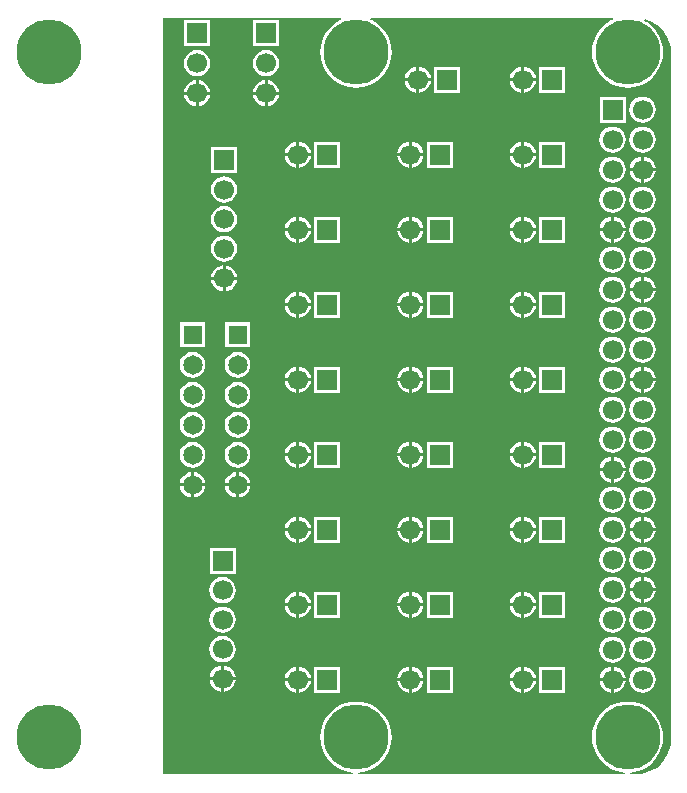
<source format=gbl>
G04 Layer_Physical_Order=2*
G04 Layer_Color=16711680*
%FSLAX25Y25*%
%MOIN*%
G70*
G01*
G75*
%ADD11R,0.06693X0.06693*%
%ADD12C,0.06693*%
%ADD13R,0.06693X0.06693*%
%ADD14C,0.21654*%
%ADD15C,0.06496*%
%ADD16R,0.06496X0.06496*%
G36*
X-4838Y124971D02*
X-5386Y124743D01*
X-6973Y123771D01*
X-8389Y122562D01*
X-9598Y121146D01*
X-10570Y119559D01*
X-11283Y117839D01*
X-11717Y116029D01*
X-11863Y114173D01*
X-11717Y112317D01*
X-11283Y110507D01*
X-10570Y108787D01*
X-9598Y107200D01*
X-8389Y105785D01*
X-6973Y104576D01*
X-5386Y103603D01*
X-3666Y102891D01*
X-1856Y102456D01*
X0Y102310D01*
X1856Y102456D01*
X3666Y102891D01*
X5386Y103603D01*
X6973Y104576D01*
X8389Y105785D01*
X9598Y107200D01*
X10570Y108787D01*
X11283Y110507D01*
X11717Y112317D01*
X11863Y114173D01*
X11717Y116029D01*
X11283Y117839D01*
X10570Y119559D01*
X9598Y121146D01*
X8389Y122562D01*
X6973Y123771D01*
X5534Y124653D01*
X5728Y125120D01*
X6549Y124923D01*
X8214Y124234D01*
X9751Y123292D01*
X11121Y122121D01*
X12292Y120751D01*
X13234Y119214D01*
X13923Y117549D01*
X14344Y115797D01*
X14481Y114053D01*
X14471Y114000D01*
Y-115000D01*
X14481Y-115053D01*
X14344Y-116797D01*
X13923Y-118549D01*
X13234Y-120214D01*
X12292Y-121751D01*
X11121Y-123121D01*
X9751Y-124292D01*
X8214Y-125234D01*
X6549Y-125923D01*
X4797Y-126344D01*
X3053Y-126481D01*
X3000Y-126471D01*
X858D01*
X838Y-125971D01*
X1856Y-125891D01*
X3666Y-125456D01*
X5386Y-124743D01*
X6973Y-123771D01*
X8389Y-122562D01*
X9598Y-121146D01*
X10570Y-119559D01*
X11283Y-117839D01*
X11717Y-116029D01*
X11863Y-114173D01*
X11717Y-112317D01*
X11283Y-110507D01*
X10570Y-108787D01*
X9598Y-107200D01*
X8389Y-105785D01*
X6973Y-104576D01*
X5386Y-103603D01*
X3666Y-102891D01*
X1856Y-102456D01*
X0Y-102310D01*
X-1856Y-102456D01*
X-3666Y-102891D01*
X-5386Y-103603D01*
X-6973Y-104576D01*
X-8389Y-105785D01*
X-9598Y-107200D01*
X-10570Y-108787D01*
X-11283Y-110507D01*
X-11717Y-112317D01*
X-11863Y-114173D01*
X-11717Y-116029D01*
X-11283Y-117839D01*
X-10570Y-119559D01*
X-9598Y-121146D01*
X-8389Y-122562D01*
X-6973Y-123771D01*
X-5386Y-124743D01*
X-3666Y-125456D01*
X-1856Y-125891D01*
X-838Y-125971D01*
X-858Y-126471D01*
X-89693D01*
X-89713Y-125971D01*
X-88695Y-125891D01*
X-86885Y-125456D01*
X-85165Y-124743D01*
X-83578Y-123771D01*
X-82162Y-122562D01*
X-80954Y-121146D01*
X-79981Y-119559D01*
X-79268Y-117839D01*
X-78834Y-116029D01*
X-78688Y-114173D01*
X-78834Y-112317D01*
X-79268Y-110507D01*
X-79981Y-108787D01*
X-80954Y-107200D01*
X-82162Y-105785D01*
X-83578Y-104576D01*
X-85165Y-103603D01*
X-86885Y-102891D01*
X-88695Y-102456D01*
X-90551Y-102310D01*
X-92407Y-102456D01*
X-94217Y-102891D01*
X-95937Y-103603D01*
X-97524Y-104576D01*
X-98940Y-105785D01*
X-100149Y-107200D01*
X-101121Y-108787D01*
X-101834Y-110507D01*
X-102269Y-112317D01*
X-102415Y-114173D01*
X-102269Y-116029D01*
X-101834Y-117839D01*
X-101121Y-119559D01*
X-100149Y-121146D01*
X-98940Y-122562D01*
X-97524Y-123771D01*
X-95937Y-124743D01*
X-94217Y-125456D01*
X-92407Y-125891D01*
X-91389Y-125971D01*
X-91409Y-126471D01*
X-155000D01*
Y125471D01*
X-95488D01*
X-95389Y124971D01*
X-95937Y124743D01*
X-97524Y123771D01*
X-98940Y122562D01*
X-100149Y121146D01*
X-101121Y119559D01*
X-101834Y117839D01*
X-102269Y116029D01*
X-102415Y114173D01*
X-102269Y112317D01*
X-101834Y110507D01*
X-101121Y108787D01*
X-100149Y107200D01*
X-98940Y105785D01*
X-97524Y104576D01*
X-95937Y103603D01*
X-94217Y102891D01*
X-92407Y102456D01*
X-90551Y102310D01*
X-88695Y102456D01*
X-86885Y102891D01*
X-85165Y103603D01*
X-83578Y104576D01*
X-82162Y105785D01*
X-80954Y107200D01*
X-79981Y108787D01*
X-79268Y110507D01*
X-78834Y112317D01*
X-78688Y114173D01*
X-78834Y116029D01*
X-79268Y117839D01*
X-79981Y119559D01*
X-80954Y121146D01*
X-82162Y122562D01*
X-83578Y123771D01*
X-85165Y124743D01*
X-85713Y124971D01*
X-85614Y125471D01*
X-4937D01*
X-4838Y124971D01*
D02*
G37*
%LPC*%
G36*
X-125781Y-30500D02*
X-129500D01*
Y-34219D01*
X-128891Y-34139D01*
X-127858Y-33711D01*
X-126970Y-33030D01*
X-126289Y-32142D01*
X-125861Y-31109D01*
X-125781Y-30500D01*
D02*
G37*
G36*
X-145500Y-25781D02*
X-146109Y-25861D01*
X-147142Y-26289D01*
X-148030Y-26970D01*
X-148711Y-27858D01*
X-149139Y-28891D01*
X-149219Y-29500D01*
X-145500D01*
Y-25781D01*
D02*
G37*
G36*
X-130500D02*
X-131109Y-25861D01*
X-132142Y-26289D01*
X-133030Y-26970D01*
X-133711Y-27858D01*
X-134139Y-28891D01*
X-134219Y-29500D01*
X-130500D01*
Y-25781D01*
D02*
G37*
G36*
Y-30500D02*
X-134219D01*
X-134139Y-31109D01*
X-133711Y-32142D01*
X-133030Y-33030D01*
X-132142Y-33711D01*
X-131109Y-34139D01*
X-130500Y-34219D01*
Y-30500D01*
D02*
G37*
G36*
X5000Y-30616D02*
X3865Y-30765D01*
X2808Y-31203D01*
X1900Y-31900D01*
X1203Y-32808D01*
X765Y-33865D01*
X616Y-35000D01*
X765Y-36135D01*
X1203Y-37192D01*
X1900Y-38100D01*
X2808Y-38797D01*
X3865Y-39235D01*
X5000Y-39384D01*
X6135Y-39235D01*
X7192Y-38797D01*
X8100Y-38100D01*
X8797Y-37192D01*
X9235Y-36135D01*
X9384Y-35000D01*
X9235Y-33865D01*
X8797Y-32808D01*
X8100Y-31900D01*
X7192Y-31203D01*
X6135Y-30765D01*
X5000Y-30616D01*
D02*
G37*
G36*
X-140781Y-30500D02*
X-144500D01*
Y-34219D01*
X-143891Y-34139D01*
X-142858Y-33711D01*
X-141970Y-33030D01*
X-141289Y-32142D01*
X-140861Y-31109D01*
X-140781Y-30500D01*
D02*
G37*
G36*
X-145500D02*
X-149219D01*
X-149139Y-31109D01*
X-148711Y-32142D01*
X-148030Y-33030D01*
X-147142Y-33711D01*
X-146109Y-34139D01*
X-145500Y-34219D01*
Y-30500D01*
D02*
G37*
G36*
X-5500Y-20682D02*
X-6135Y-20765D01*
X-7192Y-21203D01*
X-8100Y-21900D01*
X-8797Y-22808D01*
X-9235Y-23865D01*
X-9318Y-24500D01*
X-5500D01*
Y-20682D01*
D02*
G37*
G36*
X-682Y-25500D02*
X-4500D01*
Y-29318D01*
X-3865Y-29235D01*
X-2808Y-28797D01*
X-1900Y-28100D01*
X-1203Y-27192D01*
X-765Y-26135D01*
X-682Y-25500D01*
D02*
G37*
G36*
X-95732Y-15654D02*
X-104425D01*
Y-24346D01*
X-95732D01*
Y-15654D01*
D02*
G37*
G36*
X-4500Y-20682D02*
Y-24500D01*
X-682D01*
X-765Y-23865D01*
X-1203Y-22808D01*
X-1900Y-21900D01*
X-2808Y-21203D01*
X-3865Y-20765D01*
X-4500Y-20682D01*
D02*
G37*
G36*
X-129500Y-25781D02*
Y-29500D01*
X-125781D01*
X-125861Y-28891D01*
X-126289Y-27858D01*
X-126970Y-26970D01*
X-127858Y-26289D01*
X-128891Y-25861D01*
X-129500Y-25781D01*
D02*
G37*
G36*
X-144500D02*
Y-29500D01*
X-140781D01*
X-140861Y-28891D01*
X-141289Y-27858D01*
X-141970Y-26970D01*
X-142858Y-26289D01*
X-143891Y-25861D01*
X-144500Y-25781D01*
D02*
G37*
G36*
X-5500Y-25500D02*
X-9318D01*
X-9235Y-26135D01*
X-8797Y-27192D01*
X-8100Y-28100D01*
X-7192Y-28797D01*
X-6135Y-29235D01*
X-5500Y-29318D01*
Y-25500D01*
D02*
G37*
G36*
X5000Y-20616D02*
X3865Y-20765D01*
X2808Y-21203D01*
X1900Y-21900D01*
X1203Y-22808D01*
X765Y-23865D01*
X616Y-25000D01*
X765Y-26135D01*
X1203Y-27192D01*
X1900Y-28100D01*
X2808Y-28797D01*
X3865Y-29235D01*
X5000Y-29384D01*
X6135Y-29235D01*
X7192Y-28797D01*
X8100Y-28100D01*
X8797Y-27192D01*
X9235Y-26135D01*
X9384Y-25000D01*
X9235Y-23865D01*
X8797Y-22808D01*
X8100Y-21900D01*
X7192Y-21203D01*
X6135Y-20765D01*
X5000Y-20616D01*
D02*
G37*
G36*
X-30603Y-45500D02*
X-34421D01*
Y-49318D01*
X-33787Y-49235D01*
X-32729Y-48797D01*
X-31821Y-48100D01*
X-31125Y-47192D01*
X-30687Y-46135D01*
X-30603Y-45500D01*
D02*
G37*
G36*
X9318D02*
X5500D01*
Y-49318D01*
X6135Y-49235D01*
X7192Y-48797D01*
X8100Y-48100D01*
X8797Y-47192D01*
X9235Y-46135D01*
X9318Y-45500D01*
D02*
G37*
G36*
X4500Y-40682D02*
X3865Y-40765D01*
X2808Y-41203D01*
X1900Y-41900D01*
X1203Y-42808D01*
X765Y-43865D01*
X682Y-44500D01*
X4500D01*
Y-40682D01*
D02*
G37*
G36*
X-35421Y-45500D02*
X-39239D01*
X-39156Y-46135D01*
X-38718Y-47192D01*
X-38021Y-48100D01*
X-37113Y-48797D01*
X-36056Y-49235D01*
X-35421Y-49318D01*
Y-45500D01*
D02*
G37*
G36*
X-105603D02*
X-109421D01*
Y-49318D01*
X-108787Y-49235D01*
X-107729Y-48797D01*
X-106821Y-48100D01*
X-106125Y-47192D01*
X-105687Y-46135D01*
X-105603Y-45500D01*
D02*
G37*
G36*
X-72921D02*
X-76739D01*
X-76656Y-46135D01*
X-76218Y-47192D01*
X-75521Y-48100D01*
X-74613Y-48797D01*
X-73556Y-49235D01*
X-72921Y-49318D01*
Y-45500D01*
D02*
G37*
G36*
X-68103D02*
X-71921D01*
Y-49318D01*
X-71287Y-49235D01*
X-70229Y-48797D01*
X-69321Y-48100D01*
X-68625Y-47192D01*
X-68187Y-46135D01*
X-68103Y-45500D01*
D02*
G37*
G36*
X-110421Y-40682D02*
X-111056Y-40765D01*
X-112113Y-41203D01*
X-113021Y-41900D01*
X-113718Y-42808D01*
X-114156Y-43865D01*
X-114239Y-44500D01*
X-110421D01*
Y-40682D01*
D02*
G37*
G36*
X-34421D02*
Y-44500D01*
X-30603D01*
X-30687Y-43865D01*
X-31125Y-42808D01*
X-31821Y-41900D01*
X-32729Y-41203D01*
X-33787Y-40765D01*
X-34421Y-40682D01*
D02*
G37*
G36*
X5500D02*
Y-44500D01*
X9318D01*
X9235Y-43865D01*
X8797Y-42808D01*
X8100Y-41900D01*
X7192Y-41203D01*
X6135Y-40765D01*
X5500Y-40682D01*
D02*
G37*
G36*
X-5000Y-30616D02*
X-6135Y-30765D01*
X-7192Y-31203D01*
X-8100Y-31900D01*
X-8797Y-32808D01*
X-9235Y-33865D01*
X-9384Y-35000D01*
X-9235Y-36135D01*
X-8797Y-37192D01*
X-8100Y-38100D01*
X-7192Y-38797D01*
X-6135Y-39235D01*
X-5000Y-39384D01*
X-3865Y-39235D01*
X-2808Y-38797D01*
X-1900Y-38100D01*
X-1203Y-37192D01*
X-765Y-36135D01*
X-616Y-35000D01*
X-765Y-33865D01*
X-1203Y-32808D01*
X-1900Y-31900D01*
X-2808Y-31203D01*
X-3865Y-30765D01*
X-5000Y-30616D01*
D02*
G37*
G36*
X-35421Y-40682D02*
X-36056Y-40765D01*
X-37113Y-41203D01*
X-38021Y-41900D01*
X-38718Y-42808D01*
X-39156Y-43865D01*
X-39239Y-44500D01*
X-35421D01*
Y-40682D01*
D02*
G37*
G36*
X-109421D02*
Y-44500D01*
X-105603D01*
X-105687Y-43865D01*
X-106125Y-42808D01*
X-106821Y-41900D01*
X-107729Y-41203D01*
X-108787Y-40765D01*
X-109421Y-40682D01*
D02*
G37*
G36*
X-72921D02*
X-73556Y-40765D01*
X-74613Y-41203D01*
X-75521Y-41900D01*
X-76218Y-42808D01*
X-76656Y-43865D01*
X-76739Y-44500D01*
X-72921D01*
Y-40682D01*
D02*
G37*
G36*
X-71921D02*
Y-44500D01*
X-68103D01*
X-68187Y-43865D01*
X-68625Y-42808D01*
X-69321Y-41900D01*
X-70229Y-41203D01*
X-71287Y-40765D01*
X-71921Y-40682D01*
D02*
G37*
G36*
X-130000Y-5715D02*
X-131109Y-5861D01*
X-132142Y-6289D01*
X-133030Y-6970D01*
X-133711Y-7858D01*
X-134139Y-8891D01*
X-134285Y-10000D01*
X-134139Y-11109D01*
X-133711Y-12142D01*
X-133030Y-13030D01*
X-132142Y-13711D01*
X-131109Y-14139D01*
X-130000Y-14285D01*
X-128891Y-14139D01*
X-127858Y-13711D01*
X-126970Y-13030D01*
X-126289Y-12142D01*
X-125861Y-11109D01*
X-125715Y-10000D01*
X-125861Y-8891D01*
X-126289Y-7858D01*
X-126970Y-6970D01*
X-127858Y-6289D01*
X-128891Y-5861D01*
X-130000Y-5715D01*
D02*
G37*
G36*
X-5000Y-616D02*
X-6135Y-765D01*
X-7192Y-1203D01*
X-8100Y-1900D01*
X-8797Y-2808D01*
X-9235Y-3865D01*
X-9384Y-5000D01*
X-9235Y-6135D01*
X-8797Y-7192D01*
X-8100Y-8100D01*
X-7192Y-8797D01*
X-6135Y-9235D01*
X-5000Y-9384D01*
X-3865Y-9235D01*
X-2808Y-8797D01*
X-1900Y-8100D01*
X-1203Y-7192D01*
X-765Y-6135D01*
X-616Y-5000D01*
X-765Y-3865D01*
X-1203Y-2808D01*
X-1900Y-1900D01*
X-2808Y-1203D01*
X-3865Y-765D01*
X-5000Y-616D01*
D02*
G37*
G36*
X5000D02*
X3865Y-765D01*
X2808Y-1203D01*
X1900Y-1900D01*
X1203Y-2808D01*
X765Y-3865D01*
X616Y-5000D01*
X765Y-6135D01*
X1203Y-7192D01*
X1900Y-8100D01*
X2808Y-8797D01*
X3865Y-9235D01*
X5000Y-9384D01*
X6135Y-9235D01*
X7192Y-8797D01*
X8100Y-8100D01*
X8797Y-7192D01*
X9235Y-6135D01*
X9384Y-5000D01*
X9235Y-3865D01*
X8797Y-2808D01*
X8100Y-1900D01*
X7192Y-1203D01*
X6135Y-765D01*
X5000Y-616D01*
D02*
G37*
G36*
X-145000Y-5715D02*
X-146109Y-5861D01*
X-147142Y-6289D01*
X-148030Y-6970D01*
X-148711Y-7858D01*
X-149139Y-8891D01*
X-149285Y-10000D01*
X-149139Y-11109D01*
X-148711Y-12142D01*
X-148030Y-13030D01*
X-147142Y-13711D01*
X-146109Y-14139D01*
X-145000Y-14285D01*
X-143891Y-14139D01*
X-142858Y-13711D01*
X-141970Y-13030D01*
X-141289Y-12142D01*
X-140861Y-11109D01*
X-140715Y-10000D01*
X-140861Y-8891D01*
X-141289Y-7858D01*
X-141970Y-6970D01*
X-142858Y-6289D01*
X-143891Y-5861D01*
X-145000Y-5715D01*
D02*
G37*
G36*
X-34421Y-15682D02*
Y-19500D01*
X-30603D01*
X-30687Y-18865D01*
X-31125Y-17808D01*
X-31821Y-16900D01*
X-32729Y-16203D01*
X-33787Y-15765D01*
X-34421Y-15682D01*
D02*
G37*
G36*
X-5000Y-10616D02*
X-6135Y-10765D01*
X-7192Y-11203D01*
X-8100Y-11900D01*
X-8797Y-12808D01*
X-9235Y-13865D01*
X-9384Y-15000D01*
X-9235Y-16135D01*
X-8797Y-17192D01*
X-8100Y-18100D01*
X-7192Y-18797D01*
X-6135Y-19235D01*
X-5000Y-19384D01*
X-3865Y-19235D01*
X-2808Y-18797D01*
X-1900Y-18100D01*
X-1203Y-17192D01*
X-765Y-16135D01*
X-616Y-15000D01*
X-765Y-13865D01*
X-1203Y-12808D01*
X-1900Y-11900D01*
X-2808Y-11203D01*
X-3865Y-10765D01*
X-5000Y-10616D01*
D02*
G37*
G36*
X5000D02*
X3865Y-10765D01*
X2808Y-11203D01*
X1900Y-11900D01*
X1203Y-12808D01*
X765Y-13865D01*
X616Y-15000D01*
X765Y-16135D01*
X1203Y-17192D01*
X1900Y-18100D01*
X2808Y-18797D01*
X3865Y-19235D01*
X5000Y-19384D01*
X6135Y-19235D01*
X7192Y-18797D01*
X8100Y-18100D01*
X8797Y-17192D01*
X9235Y-16135D01*
X9384Y-15000D01*
X9235Y-13865D01*
X8797Y-12808D01*
X8100Y-11900D01*
X7192Y-11203D01*
X6135Y-10765D01*
X5000Y-10616D01*
D02*
G37*
G36*
X-145000Y4285D02*
X-146109Y4139D01*
X-147142Y3711D01*
X-148030Y3030D01*
X-148711Y2142D01*
X-149139Y1109D01*
X-149285Y0D01*
X-149139Y-1109D01*
X-148711Y-2142D01*
X-148030Y-3030D01*
X-147142Y-3711D01*
X-146109Y-4139D01*
X-145000Y-4285D01*
X-143891Y-4139D01*
X-142858Y-3711D01*
X-141970Y-3030D01*
X-141289Y-2142D01*
X-140861Y-1109D01*
X-140715Y0D01*
X-140861Y1109D01*
X-141289Y2142D01*
X-141970Y3030D01*
X-142858Y3711D01*
X-143891Y4139D01*
X-145000Y4285D01*
D02*
G37*
G36*
X-20732Y9347D02*
X-29425D01*
Y654D01*
X-20732D01*
Y9347D01*
D02*
G37*
G36*
X4500Y4500D02*
X682D01*
X765Y3865D01*
X1203Y2808D01*
X1900Y1900D01*
X2808Y1203D01*
X3865Y765D01*
X4500Y682D01*
Y4500D01*
D02*
G37*
G36*
X-110421D02*
X-114239D01*
X-114156Y3865D01*
X-113718Y2808D01*
X-113021Y1900D01*
X-112113Y1203D01*
X-111056Y765D01*
X-110421Y682D01*
Y4500D01*
D02*
G37*
G36*
X-58232Y9347D02*
X-66925D01*
Y654D01*
X-58232D01*
Y9347D01*
D02*
G37*
G36*
X-130000Y4285D02*
X-131109Y4139D01*
X-132142Y3711D01*
X-133030Y3030D01*
X-133711Y2142D01*
X-134139Y1109D01*
X-134285Y0D01*
X-134139Y-1109D01*
X-133711Y-2142D01*
X-133030Y-3030D01*
X-132142Y-3711D01*
X-131109Y-4139D01*
X-130000Y-4285D01*
X-128891Y-4139D01*
X-127858Y-3711D01*
X-126970Y-3030D01*
X-126289Y-2142D01*
X-125861Y-1109D01*
X-125715Y0D01*
X-125861Y1109D01*
X-126289Y2142D01*
X-126970Y3030D01*
X-127858Y3711D01*
X-128891Y4139D01*
X-130000Y4285D01*
D02*
G37*
G36*
X-5000Y9384D02*
X-6135Y9235D01*
X-7192Y8797D01*
X-8100Y8100D01*
X-8797Y7192D01*
X-9235Y6135D01*
X-9384Y5000D01*
X-9235Y3865D01*
X-8797Y2808D01*
X-8100Y1900D01*
X-7192Y1203D01*
X-6135Y765D01*
X-5000Y616D01*
X-3865Y765D01*
X-2808Y1203D01*
X-1900Y1900D01*
X-1203Y2808D01*
X-765Y3865D01*
X-616Y5000D01*
X-765Y6135D01*
X-1203Y7192D01*
X-1900Y8100D01*
X-2808Y8797D01*
X-3865Y9235D01*
X-5000Y9384D01*
D02*
G37*
G36*
X-95732Y9347D02*
X-104425D01*
Y654D01*
X-95732D01*
Y9347D01*
D02*
G37*
G36*
X-72921Y-20500D02*
X-76739D01*
X-76656Y-21135D01*
X-76218Y-22192D01*
X-75521Y-23100D01*
X-74613Y-23797D01*
X-73556Y-24235D01*
X-72921Y-24318D01*
Y-20500D01*
D02*
G37*
G36*
X-68103D02*
X-71921D01*
Y-24318D01*
X-71287Y-24235D01*
X-70229Y-23797D01*
X-69321Y-23100D01*
X-68625Y-22192D01*
X-68187Y-21135D01*
X-68103Y-20500D01*
D02*
G37*
G36*
X-35421D02*
X-39239D01*
X-39156Y-21135D01*
X-38718Y-22192D01*
X-38021Y-23100D01*
X-37113Y-23797D01*
X-36056Y-24235D01*
X-35421Y-24318D01*
Y-20500D01*
D02*
G37*
G36*
X-105603D02*
X-109421D01*
Y-24318D01*
X-108787Y-24235D01*
X-107729Y-23797D01*
X-106821Y-23100D01*
X-106125Y-22192D01*
X-105687Y-21135D01*
X-105603Y-20500D01*
D02*
G37*
G36*
X-58232Y-15654D02*
X-66925D01*
Y-24346D01*
X-58232D01*
Y-15654D01*
D02*
G37*
G36*
X-20732D02*
X-29425D01*
Y-24346D01*
X-20732D01*
Y-15654D01*
D02*
G37*
G36*
X-110421Y-20500D02*
X-114239D01*
X-114156Y-21135D01*
X-113718Y-22192D01*
X-113021Y-23100D01*
X-112113Y-23797D01*
X-111056Y-24235D01*
X-110421Y-24318D01*
Y-20500D01*
D02*
G37*
G36*
X-30603D02*
X-34421D01*
Y-24318D01*
X-33787Y-24235D01*
X-32729Y-23797D01*
X-31821Y-23100D01*
X-31125Y-22192D01*
X-30687Y-21135D01*
X-30603Y-20500D01*
D02*
G37*
G36*
X-72921Y-15682D02*
X-73556Y-15765D01*
X-74613Y-16203D01*
X-75521Y-16900D01*
X-76218Y-17808D01*
X-76656Y-18865D01*
X-76739Y-19500D01*
X-72921D01*
Y-15682D01*
D02*
G37*
G36*
X-71921D02*
Y-19500D01*
X-68103D01*
X-68187Y-18865D01*
X-68625Y-17808D01*
X-69321Y-16900D01*
X-70229Y-16203D01*
X-71287Y-15765D01*
X-71921Y-15682D01*
D02*
G37*
G36*
X-35421D02*
X-36056Y-15765D01*
X-37113Y-16203D01*
X-38021Y-16900D01*
X-38718Y-17808D01*
X-39156Y-18865D01*
X-39239Y-19500D01*
X-35421D01*
Y-15682D01*
D02*
G37*
G36*
X-109421D02*
Y-19500D01*
X-105603D01*
X-105687Y-18865D01*
X-106125Y-17808D01*
X-106821Y-16900D01*
X-107729Y-16203D01*
X-108787Y-15765D01*
X-109421Y-15682D01*
D02*
G37*
G36*
X-145000Y-15715D02*
X-146109Y-15861D01*
X-147142Y-16289D01*
X-148030Y-16970D01*
X-148711Y-17858D01*
X-149139Y-18891D01*
X-149285Y-20000D01*
X-149139Y-21109D01*
X-148711Y-22142D01*
X-148030Y-23030D01*
X-147142Y-23711D01*
X-146109Y-24139D01*
X-145000Y-24285D01*
X-143891Y-24139D01*
X-142858Y-23711D01*
X-141970Y-23030D01*
X-141289Y-22142D01*
X-140861Y-21109D01*
X-140715Y-20000D01*
X-140861Y-18891D01*
X-141289Y-17858D01*
X-141970Y-16970D01*
X-142858Y-16289D01*
X-143891Y-15861D01*
X-145000Y-15715D01*
D02*
G37*
G36*
X-130000D02*
X-131109Y-15861D01*
X-132142Y-16289D01*
X-133030Y-16970D01*
X-133711Y-17858D01*
X-134139Y-18891D01*
X-134285Y-20000D01*
X-134139Y-21109D01*
X-133711Y-22142D01*
X-133030Y-23030D01*
X-132142Y-23711D01*
X-131109Y-24139D01*
X-130000Y-24285D01*
X-128891Y-24139D01*
X-127858Y-23711D01*
X-126970Y-23030D01*
X-126289Y-22142D01*
X-125861Y-21109D01*
X-125715Y-20000D01*
X-125861Y-18891D01*
X-126289Y-17858D01*
X-126970Y-16970D01*
X-127858Y-16289D01*
X-128891Y-15861D01*
X-130000Y-15715D01*
D02*
G37*
G36*
X-110421Y-15682D02*
X-111056Y-15765D01*
X-112113Y-16203D01*
X-113021Y-16900D01*
X-113718Y-17808D01*
X-114156Y-18865D01*
X-114239Y-19500D01*
X-110421D01*
Y-15682D01*
D02*
G37*
G36*
X-35421Y-90682D02*
X-36056Y-90765D01*
X-37113Y-91203D01*
X-38021Y-91900D01*
X-38718Y-92808D01*
X-39156Y-93865D01*
X-39239Y-94500D01*
X-35421D01*
Y-90682D01*
D02*
G37*
G36*
X-34421D02*
Y-94500D01*
X-30603D01*
X-30687Y-93865D01*
X-31125Y-92808D01*
X-31821Y-91900D01*
X-32729Y-91203D01*
X-33787Y-90765D01*
X-34421Y-90682D01*
D02*
G37*
G36*
X-4500D02*
Y-94500D01*
X-682D01*
X-765Y-93865D01*
X-1203Y-92808D01*
X-1900Y-91900D01*
X-2808Y-91203D01*
X-3865Y-90765D01*
X-4500Y-90682D01*
D02*
G37*
G36*
X-71921D02*
Y-94500D01*
X-68103D01*
X-68187Y-93865D01*
X-68625Y-92808D01*
X-69321Y-91900D01*
X-70229Y-91203D01*
X-71287Y-90765D01*
X-71921Y-90682D01*
D02*
G37*
G36*
X-110421D02*
X-111056Y-90765D01*
X-112113Y-91203D01*
X-113021Y-91900D01*
X-113718Y-92808D01*
X-114156Y-93865D01*
X-114239Y-94500D01*
X-110421D01*
Y-90682D01*
D02*
G37*
G36*
X-109421D02*
Y-94500D01*
X-105603D01*
X-105687Y-93865D01*
X-106125Y-92808D01*
X-106821Y-91900D01*
X-107729Y-91203D01*
X-108787Y-90765D01*
X-109421Y-90682D01*
D02*
G37*
G36*
X-72921D02*
X-73556Y-90765D01*
X-74613Y-91203D01*
X-75521Y-91900D01*
X-76218Y-92808D01*
X-76656Y-93865D01*
X-76739Y-94500D01*
X-72921D01*
Y-90682D01*
D02*
G37*
G36*
X-135500Y-90367D02*
X-136135Y-90451D01*
X-137192Y-90888D01*
X-138100Y-91585D01*
X-138797Y-92493D01*
X-139235Y-93550D01*
X-139318Y-94185D01*
X-135500D01*
Y-90367D01*
D02*
G37*
G36*
X-135000Y-70616D02*
X-136135Y-70765D01*
X-137192Y-71203D01*
X-138100Y-71900D01*
X-138797Y-72808D01*
X-139235Y-73865D01*
X-139384Y-75000D01*
X-139235Y-76135D01*
X-138797Y-77192D01*
X-138100Y-78100D01*
X-137192Y-78797D01*
X-136135Y-79235D01*
X-135000Y-79384D01*
X-133865Y-79235D01*
X-132808Y-78797D01*
X-131900Y-78100D01*
X-131203Y-77192D01*
X-130765Y-76135D01*
X-130616Y-75000D01*
X-130765Y-73865D01*
X-131203Y-72808D01*
X-131900Y-71900D01*
X-132808Y-71203D01*
X-133865Y-70765D01*
X-135000Y-70616D01*
D02*
G37*
G36*
X-5000D02*
X-6135Y-70765D01*
X-7192Y-71203D01*
X-8100Y-71900D01*
X-8797Y-72808D01*
X-9235Y-73865D01*
X-9384Y-75000D01*
X-9235Y-76135D01*
X-8797Y-77192D01*
X-8100Y-78100D01*
X-7192Y-78797D01*
X-6135Y-79235D01*
X-5000Y-79384D01*
X-3865Y-79235D01*
X-2808Y-78797D01*
X-1900Y-78100D01*
X-1203Y-77192D01*
X-765Y-76135D01*
X-616Y-75000D01*
X-765Y-73865D01*
X-1203Y-72808D01*
X-1900Y-71900D01*
X-2808Y-71203D01*
X-3865Y-70765D01*
X-5000Y-70616D01*
D02*
G37*
G36*
X5000D02*
X3865Y-70765D01*
X2808Y-71203D01*
X1900Y-71900D01*
X1203Y-72808D01*
X765Y-73865D01*
X616Y-75000D01*
X765Y-76135D01*
X1203Y-77192D01*
X1900Y-78100D01*
X2808Y-78797D01*
X3865Y-79235D01*
X5000Y-79384D01*
X6135Y-79235D01*
X7192Y-78797D01*
X8100Y-78100D01*
X8797Y-77192D01*
X9235Y-76135D01*
X9384Y-75000D01*
X9235Y-73865D01*
X8797Y-72808D01*
X8100Y-71900D01*
X7192Y-71203D01*
X6135Y-70765D01*
X5000Y-70616D01*
D02*
G37*
G36*
X-135000Y-80459D02*
X-136135Y-80608D01*
X-137192Y-81046D01*
X-138100Y-81743D01*
X-138797Y-82651D01*
X-139235Y-83708D01*
X-139384Y-84842D01*
X-139235Y-85977D01*
X-138797Y-87034D01*
X-138100Y-87942D01*
X-137192Y-88639D01*
X-136135Y-89077D01*
X-135000Y-89227D01*
X-133865Y-89077D01*
X-132808Y-88639D01*
X-131900Y-87942D01*
X-131203Y-87034D01*
X-130765Y-85977D01*
X-130616Y-84842D01*
X-130765Y-83708D01*
X-131203Y-82651D01*
X-131900Y-81743D01*
X-132808Y-81046D01*
X-133865Y-80608D01*
X-135000Y-80459D01*
D02*
G37*
G36*
X-134500Y-90367D02*
Y-94185D01*
X-130682D01*
X-130765Y-93550D01*
X-131203Y-92493D01*
X-131900Y-91585D01*
X-132808Y-90888D01*
X-133865Y-90451D01*
X-134500Y-90367D01*
D02*
G37*
G36*
X-5000Y-80616D02*
X-6135Y-80765D01*
X-7192Y-81203D01*
X-8100Y-81900D01*
X-8797Y-82808D01*
X-9235Y-83865D01*
X-9384Y-85000D01*
X-9235Y-86135D01*
X-8797Y-87192D01*
X-8100Y-88100D01*
X-7192Y-88797D01*
X-6135Y-89235D01*
X-5000Y-89384D01*
X-3865Y-89235D01*
X-2808Y-88797D01*
X-1900Y-88100D01*
X-1203Y-87192D01*
X-765Y-86135D01*
X-616Y-85000D01*
X-765Y-83865D01*
X-1203Y-82808D01*
X-1900Y-81900D01*
X-2808Y-81203D01*
X-3865Y-80765D01*
X-5000Y-80616D01*
D02*
G37*
G36*
X5000D02*
X3865Y-80765D01*
X2808Y-81203D01*
X1900Y-81900D01*
X1203Y-82808D01*
X765Y-83865D01*
X616Y-85000D01*
X765Y-86135D01*
X1203Y-87192D01*
X1900Y-88100D01*
X2808Y-88797D01*
X3865Y-89235D01*
X5000Y-89384D01*
X6135Y-89235D01*
X7192Y-88797D01*
X8100Y-88100D01*
X8797Y-87192D01*
X9235Y-86135D01*
X9384Y-85000D01*
X9235Y-83865D01*
X8797Y-82808D01*
X8100Y-81900D01*
X7192Y-81203D01*
X6135Y-80765D01*
X5000Y-80616D01*
D02*
G37*
G36*
X-5500Y-95500D02*
X-9318D01*
X-9235Y-96135D01*
X-8797Y-97192D01*
X-8100Y-98100D01*
X-7192Y-98797D01*
X-6135Y-99235D01*
X-5500Y-99318D01*
Y-95500D01*
D02*
G37*
G36*
X-110421D02*
X-114239D01*
X-114156Y-96135D01*
X-113718Y-97192D01*
X-113021Y-98100D01*
X-112113Y-98797D01*
X-111056Y-99235D01*
X-110421Y-99318D01*
Y-95500D01*
D02*
G37*
G36*
X-105603D02*
X-109421D01*
Y-99318D01*
X-108787Y-99235D01*
X-107729Y-98797D01*
X-106821Y-98100D01*
X-106125Y-97192D01*
X-105687Y-96135D01*
X-105603Y-95500D01*
D02*
G37*
G36*
X-20732Y-90654D02*
X-29425D01*
Y-99347D01*
X-20732D01*
Y-90654D01*
D02*
G37*
G36*
X5000Y-90616D02*
X3865Y-90765D01*
X2808Y-91203D01*
X1900Y-91900D01*
X1203Y-92808D01*
X765Y-93865D01*
X616Y-95000D01*
X765Y-96135D01*
X1203Y-97192D01*
X1900Y-98100D01*
X2808Y-98797D01*
X3865Y-99235D01*
X5000Y-99384D01*
X6135Y-99235D01*
X7192Y-98797D01*
X8100Y-98100D01*
X8797Y-97192D01*
X9235Y-96135D01*
X9384Y-95000D01*
X9235Y-93865D01*
X8797Y-92808D01*
X8100Y-91900D01*
X7192Y-91203D01*
X6135Y-90765D01*
X5000Y-90616D01*
D02*
G37*
G36*
X-95732Y-90654D02*
X-104425D01*
Y-99347D01*
X-95732D01*
Y-90654D01*
D02*
G37*
G36*
X-58232D02*
X-66925D01*
Y-99347D01*
X-58232D01*
Y-90654D01*
D02*
G37*
G36*
X-72921Y-95500D02*
X-76739D01*
X-76656Y-96135D01*
X-76218Y-97192D01*
X-75521Y-98100D01*
X-74613Y-98797D01*
X-73556Y-99235D01*
X-72921Y-99318D01*
Y-95500D01*
D02*
G37*
G36*
X-135500Y-95185D02*
X-139318D01*
X-139235Y-95820D01*
X-138797Y-96877D01*
X-138100Y-97785D01*
X-137192Y-98482D01*
X-136135Y-98920D01*
X-135500Y-99003D01*
Y-95185D01*
D02*
G37*
G36*
X-130682D02*
X-134500D01*
Y-99003D01*
X-133865Y-98920D01*
X-132808Y-98482D01*
X-131900Y-97785D01*
X-131203Y-96877D01*
X-130765Y-95820D01*
X-130682Y-95185D01*
D02*
G37*
G36*
X-5500Y-90682D02*
X-6135Y-90765D01*
X-7192Y-91203D01*
X-8100Y-91900D01*
X-8797Y-92808D01*
X-9235Y-93865D01*
X-9318Y-94500D01*
X-5500D01*
Y-90682D01*
D02*
G37*
G36*
X-682Y-95500D02*
X-4500D01*
Y-99318D01*
X-3865Y-99235D01*
X-2808Y-98797D01*
X-1900Y-98100D01*
X-1203Y-97192D01*
X-765Y-96135D01*
X-682Y-95500D01*
D02*
G37*
G36*
X-68103D02*
X-71921D01*
Y-99318D01*
X-71287Y-99235D01*
X-70229Y-98797D01*
X-69321Y-98100D01*
X-68625Y-97192D01*
X-68187Y-96135D01*
X-68103Y-95500D01*
D02*
G37*
G36*
X-35421D02*
X-39239D01*
X-39156Y-96135D01*
X-38718Y-97192D01*
X-38021Y-98100D01*
X-37113Y-98797D01*
X-36056Y-99235D01*
X-35421Y-99318D01*
Y-95500D01*
D02*
G37*
G36*
X-30603D02*
X-34421D01*
Y-99318D01*
X-33787Y-99235D01*
X-32729Y-98797D01*
X-31821Y-98100D01*
X-31125Y-97192D01*
X-30687Y-96135D01*
X-30603Y-95500D01*
D02*
G37*
G36*
X4500Y-60682D02*
X3865Y-60765D01*
X2808Y-61203D01*
X1900Y-61900D01*
X1203Y-62808D01*
X765Y-63865D01*
X682Y-64500D01*
X4500D01*
Y-60682D01*
D02*
G37*
G36*
X5500D02*
Y-64500D01*
X9318D01*
X9235Y-63865D01*
X8797Y-62808D01*
X8100Y-61900D01*
X7192Y-61203D01*
X6135Y-60765D01*
X5500Y-60682D01*
D02*
G37*
G36*
X-130654Y-50968D02*
X-139347D01*
Y-59661D01*
X-130654D01*
Y-50968D01*
D02*
G37*
G36*
X9318Y-65500D02*
X5500D01*
Y-69318D01*
X6135Y-69235D01*
X7192Y-68797D01*
X8100Y-68100D01*
X8797Y-67192D01*
X9235Y-66135D01*
X9318Y-65500D01*
D02*
G37*
G36*
X-34421Y-65682D02*
Y-69500D01*
X-30603D01*
X-30687Y-68865D01*
X-31125Y-67808D01*
X-31821Y-66900D01*
X-32729Y-66203D01*
X-33787Y-65765D01*
X-34421Y-65682D01*
D02*
G37*
G36*
X-5000Y-60616D02*
X-6135Y-60765D01*
X-7192Y-61203D01*
X-8100Y-61900D01*
X-8797Y-62808D01*
X-9235Y-63865D01*
X-9384Y-65000D01*
X-9235Y-66135D01*
X-8797Y-67192D01*
X-8100Y-68100D01*
X-7192Y-68797D01*
X-6135Y-69235D01*
X-5000Y-69384D01*
X-3865Y-69235D01*
X-2808Y-68797D01*
X-1900Y-68100D01*
X-1203Y-67192D01*
X-765Y-66135D01*
X-616Y-65000D01*
X-765Y-63865D01*
X-1203Y-62808D01*
X-1900Y-61900D01*
X-2808Y-61203D01*
X-3865Y-60765D01*
X-5000Y-60616D01*
D02*
G37*
G36*
X4500Y-65500D02*
X682D01*
X765Y-66135D01*
X1203Y-67192D01*
X1900Y-68100D01*
X2808Y-68797D01*
X3865Y-69235D01*
X4500Y-69318D01*
Y-65500D01*
D02*
G37*
G36*
X-5000Y-50616D02*
X-6135Y-50765D01*
X-7192Y-51203D01*
X-8100Y-51900D01*
X-8797Y-52808D01*
X-9235Y-53865D01*
X-9384Y-55000D01*
X-9235Y-56135D01*
X-8797Y-57192D01*
X-8100Y-58100D01*
X-7192Y-58797D01*
X-6135Y-59235D01*
X-5000Y-59384D01*
X-3865Y-59235D01*
X-2808Y-58797D01*
X-1900Y-58100D01*
X-1203Y-57192D01*
X-765Y-56135D01*
X-616Y-55000D01*
X-765Y-53865D01*
X-1203Y-52808D01*
X-1900Y-51900D01*
X-2808Y-51203D01*
X-3865Y-50765D01*
X-5000Y-50616D01*
D02*
G37*
G36*
X-20732Y-40654D02*
X-29425D01*
Y-49346D01*
X-20732D01*
Y-40654D01*
D02*
G37*
G36*
X4500Y-45500D02*
X682D01*
X765Y-46135D01*
X1203Y-47192D01*
X1900Y-48100D01*
X2808Y-48797D01*
X3865Y-49235D01*
X4500Y-49318D01*
Y-45500D01*
D02*
G37*
G36*
X-110421D02*
X-114239D01*
X-114156Y-46135D01*
X-113718Y-47192D01*
X-113021Y-48100D01*
X-112113Y-48797D01*
X-111056Y-49235D01*
X-110421Y-49318D01*
Y-45500D01*
D02*
G37*
G36*
X-58232Y-40654D02*
X-66925D01*
Y-49346D01*
X-58232D01*
Y-40654D01*
D02*
G37*
G36*
X5000Y-50616D02*
X3865Y-50765D01*
X2808Y-51203D01*
X1900Y-51900D01*
X1203Y-52808D01*
X765Y-53865D01*
X616Y-55000D01*
X765Y-56135D01*
X1203Y-57192D01*
X1900Y-58100D01*
X2808Y-58797D01*
X3865Y-59235D01*
X5000Y-59384D01*
X6135Y-59235D01*
X7192Y-58797D01*
X8100Y-58100D01*
X8797Y-57192D01*
X9235Y-56135D01*
X9384Y-55000D01*
X9235Y-53865D01*
X8797Y-52808D01*
X8100Y-51900D01*
X7192Y-51203D01*
X6135Y-50765D01*
X5000Y-50616D01*
D02*
G37*
G36*
X-5000Y-40616D02*
X-6135Y-40765D01*
X-7192Y-41203D01*
X-8100Y-41900D01*
X-8797Y-42808D01*
X-9235Y-43865D01*
X-9384Y-45000D01*
X-9235Y-46135D01*
X-8797Y-47192D01*
X-8100Y-48100D01*
X-7192Y-48797D01*
X-6135Y-49235D01*
X-5000Y-49384D01*
X-3865Y-49235D01*
X-2808Y-48797D01*
X-1900Y-48100D01*
X-1203Y-47192D01*
X-765Y-46135D01*
X-616Y-45000D01*
X-765Y-43865D01*
X-1203Y-42808D01*
X-1900Y-41900D01*
X-2808Y-41203D01*
X-3865Y-40765D01*
X-5000Y-40616D01*
D02*
G37*
G36*
X-95732Y-40654D02*
X-104425D01*
Y-49346D01*
X-95732D01*
Y-40654D01*
D02*
G37*
G36*
X-105603Y-70500D02*
X-109421D01*
Y-74318D01*
X-108787Y-74235D01*
X-107729Y-73797D01*
X-106821Y-73100D01*
X-106125Y-72192D01*
X-105687Y-71135D01*
X-105603Y-70500D01*
D02*
G37*
G36*
X-72921D02*
X-76739D01*
X-76656Y-71135D01*
X-76218Y-72192D01*
X-75521Y-73100D01*
X-74613Y-73797D01*
X-73556Y-74235D01*
X-72921Y-74318D01*
Y-70500D01*
D02*
G37*
G36*
X-68103D02*
X-71921D01*
Y-74318D01*
X-71287Y-74235D01*
X-70229Y-73797D01*
X-69321Y-73100D01*
X-68625Y-72192D01*
X-68187Y-71135D01*
X-68103Y-70500D01*
D02*
G37*
G36*
X-110421D02*
X-114239D01*
X-114156Y-71135D01*
X-113718Y-72192D01*
X-113021Y-73100D01*
X-112113Y-73797D01*
X-111056Y-74235D01*
X-110421Y-74318D01*
Y-70500D01*
D02*
G37*
G36*
X-95732Y-65654D02*
X-104425D01*
Y-74347D01*
X-95732D01*
Y-65654D01*
D02*
G37*
G36*
X-58232D02*
X-66925D01*
Y-74347D01*
X-58232D01*
Y-65654D01*
D02*
G37*
G36*
X-20732D02*
X-29425D01*
Y-74347D01*
X-20732D01*
Y-65654D01*
D02*
G37*
G36*
X-35421Y-70500D02*
X-39239D01*
X-39156Y-71135D01*
X-38718Y-72192D01*
X-38021Y-73100D01*
X-37113Y-73797D01*
X-36056Y-74235D01*
X-35421Y-74318D01*
Y-70500D01*
D02*
G37*
G36*
X-72921Y-65682D02*
X-73556Y-65765D01*
X-74613Y-66203D01*
X-75521Y-66900D01*
X-76218Y-67808D01*
X-76656Y-68865D01*
X-76739Y-69500D01*
X-72921D01*
Y-65682D01*
D02*
G37*
G36*
X-71921D02*
Y-69500D01*
X-68103D01*
X-68187Y-68865D01*
X-68625Y-67808D01*
X-69321Y-66900D01*
X-70229Y-66203D01*
X-71287Y-65765D01*
X-71921Y-65682D01*
D02*
G37*
G36*
X-35421D02*
X-36056Y-65765D01*
X-37113Y-66203D01*
X-38021Y-66900D01*
X-38718Y-67808D01*
X-39156Y-68865D01*
X-39239Y-69500D01*
X-35421D01*
Y-65682D01*
D02*
G37*
G36*
X-109421D02*
Y-69500D01*
X-105603D01*
X-105687Y-68865D01*
X-106125Y-67808D01*
X-106821Y-66900D01*
X-107729Y-66203D01*
X-108787Y-65765D01*
X-109421Y-65682D01*
D02*
G37*
G36*
X-30603Y-70500D02*
X-34421D01*
Y-74318D01*
X-33787Y-74235D01*
X-32729Y-73797D01*
X-31821Y-73100D01*
X-31125Y-72192D01*
X-30687Y-71135D01*
X-30603Y-70500D01*
D02*
G37*
G36*
X-135000Y-60773D02*
X-136135Y-60923D01*
X-137192Y-61361D01*
X-138100Y-62058D01*
X-138797Y-62966D01*
X-139235Y-64023D01*
X-139384Y-65158D01*
X-139235Y-66292D01*
X-138797Y-67349D01*
X-138100Y-68257D01*
X-137192Y-68954D01*
X-136135Y-69392D01*
X-135000Y-69541D01*
X-133865Y-69392D01*
X-132808Y-68954D01*
X-131900Y-68257D01*
X-131203Y-67349D01*
X-130765Y-66292D01*
X-130616Y-65158D01*
X-130765Y-64023D01*
X-131203Y-62966D01*
X-131900Y-62058D01*
X-132808Y-61361D01*
X-133865Y-60923D01*
X-135000Y-60773D01*
D02*
G37*
G36*
X-110421Y-65682D02*
X-111056Y-65765D01*
X-112113Y-66203D01*
X-113021Y-66900D01*
X-113718Y-67808D01*
X-114156Y-68865D01*
X-114239Y-69500D01*
X-110421D01*
Y-65682D01*
D02*
G37*
G36*
X-95732Y84346D02*
X-104425D01*
Y75653D01*
X-95732D01*
Y84346D01*
D02*
G37*
G36*
X-58232D02*
X-66925D01*
Y75653D01*
X-58232D01*
Y84346D01*
D02*
G37*
G36*
X-20732D02*
X-29425D01*
Y75653D01*
X-20732D01*
Y84346D01*
D02*
G37*
G36*
X5500Y79318D02*
Y75500D01*
X9318D01*
X9235Y76135D01*
X8797Y77192D01*
X8100Y78100D01*
X7192Y78797D01*
X6135Y79235D01*
X5500Y79318D01*
D02*
G37*
G36*
X9318Y74500D02*
X5500D01*
Y70682D01*
X6135Y70765D01*
X7192Y71203D01*
X8100Y71900D01*
X8797Y72808D01*
X9235Y73865D01*
X9318Y74500D01*
D02*
G37*
G36*
X-130154Y82531D02*
X-138847D01*
Y73839D01*
X-130154D01*
Y82531D01*
D02*
G37*
G36*
X4500Y79318D02*
X3865Y79235D01*
X2808Y78797D01*
X1900Y78100D01*
X1203Y77192D01*
X765Y76135D01*
X682Y75500D01*
X4500D01*
Y79318D01*
D02*
G37*
G36*
X-110421Y79500D02*
X-114239D01*
X-114156Y78865D01*
X-113718Y77808D01*
X-113021Y76900D01*
X-112113Y76203D01*
X-111056Y75765D01*
X-110421Y75682D01*
Y79500D01*
D02*
G37*
G36*
X-30603D02*
X-34421D01*
Y75682D01*
X-33787Y75765D01*
X-32729Y76203D01*
X-31821Y76900D01*
X-31125Y77808D01*
X-30687Y78865D01*
X-30603Y79500D01*
D02*
G37*
G36*
X-110421Y84318D02*
X-111056Y84235D01*
X-112113Y83797D01*
X-113021Y83100D01*
X-113718Y82192D01*
X-114156Y81135D01*
X-114239Y80500D01*
X-110421D01*
Y84318D01*
D02*
G37*
G36*
X-109421D02*
Y80500D01*
X-105603D01*
X-105687Y81135D01*
X-106125Y82192D01*
X-106821Y83100D01*
X-107729Y83797D01*
X-108787Y84235D01*
X-109421Y84318D01*
D02*
G37*
G36*
X-35421Y79500D02*
X-39239D01*
X-39156Y78865D01*
X-38718Y77808D01*
X-38021Y76900D01*
X-37113Y76203D01*
X-36056Y75765D01*
X-35421Y75682D01*
Y79500D01*
D02*
G37*
G36*
X-105603D02*
X-109421D01*
Y75682D01*
X-108787Y75765D01*
X-107729Y76203D01*
X-106821Y76900D01*
X-106125Y77808D01*
X-105687Y78865D01*
X-105603Y79500D01*
D02*
G37*
G36*
X-72921D02*
X-76739D01*
X-76656Y78865D01*
X-76218Y77808D01*
X-75521Y76900D01*
X-74613Y76203D01*
X-73556Y75765D01*
X-72921Y75682D01*
Y79500D01*
D02*
G37*
G36*
X-68103D02*
X-71921D01*
Y75682D01*
X-71287Y75765D01*
X-70229Y76203D01*
X-69321Y76900D01*
X-68625Y77808D01*
X-68187Y78865D01*
X-68103Y79500D01*
D02*
G37*
G36*
X-109421Y59318D02*
Y55500D01*
X-105603D01*
X-105687Y56135D01*
X-106125Y57192D01*
X-106821Y58100D01*
X-107729Y58797D01*
X-108787Y59235D01*
X-109421Y59318D01*
D02*
G37*
G36*
X-72921D02*
X-73556Y59235D01*
X-74613Y58797D01*
X-75521Y58100D01*
X-76218Y57192D01*
X-76656Y56135D01*
X-76739Y55500D01*
X-72921D01*
Y59318D01*
D02*
G37*
G36*
X-71921D02*
Y55500D01*
X-68103D01*
X-68187Y56135D01*
X-68625Y57192D01*
X-69321Y58100D01*
X-70229Y58797D01*
X-71287Y59235D01*
X-71921Y59318D01*
D02*
G37*
G36*
X-110421D02*
X-111056Y59235D01*
X-112113Y58797D01*
X-113021Y58100D01*
X-113718Y57192D01*
X-114156Y56135D01*
X-114239Y55500D01*
X-110421D01*
Y59318D01*
D02*
G37*
G36*
X-682Y54500D02*
X-4500D01*
Y50682D01*
X-3865Y50765D01*
X-2808Y51203D01*
X-1900Y51900D01*
X-1203Y52808D01*
X-765Y53865D01*
X-682Y54500D01*
D02*
G37*
G36*
X-134500Y62884D02*
X-135635Y62735D01*
X-136692Y62297D01*
X-137600Y61600D01*
X-138297Y60692D01*
X-138735Y59635D01*
X-138884Y58500D01*
X-138735Y57365D01*
X-138297Y56308D01*
X-137600Y55400D01*
X-136692Y54703D01*
X-135635Y54265D01*
X-134500Y54116D01*
X-133365Y54265D01*
X-132308Y54703D01*
X-131400Y55400D01*
X-130703Y56308D01*
X-130265Y57365D01*
X-130116Y58500D01*
X-130265Y59635D01*
X-130703Y60692D01*
X-131400Y61600D01*
X-132308Y62297D01*
X-133365Y62735D01*
X-134500Y62884D01*
D02*
G37*
G36*
X-5500Y59318D02*
X-6135Y59235D01*
X-7192Y58797D01*
X-8100Y58100D01*
X-8797Y57192D01*
X-9235Y56135D01*
X-9318Y55500D01*
X-5500D01*
Y59318D01*
D02*
G37*
G36*
X-35421D02*
X-36056Y59235D01*
X-37113Y58797D01*
X-38021Y58100D01*
X-38718Y57192D01*
X-39156Y56135D01*
X-39239Y55500D01*
X-35421D01*
Y59318D01*
D02*
G37*
G36*
X-134500Y72727D02*
X-135635Y72577D01*
X-136692Y72139D01*
X-137600Y71442D01*
X-138297Y70534D01*
X-138735Y69477D01*
X-138884Y68343D01*
X-138735Y67208D01*
X-138297Y66150D01*
X-137600Y65243D01*
X-136692Y64546D01*
X-135635Y64108D01*
X-134500Y63959D01*
X-133365Y64108D01*
X-132308Y64546D01*
X-131400Y65243D01*
X-130703Y66150D01*
X-130265Y67208D01*
X-130116Y68343D01*
X-130265Y69477D01*
X-130703Y70534D01*
X-131400Y71442D01*
X-132308Y72139D01*
X-133365Y72577D01*
X-134500Y72727D01*
D02*
G37*
G36*
X-5000Y79384D02*
X-6135Y79235D01*
X-7192Y78797D01*
X-8100Y78100D01*
X-8797Y77192D01*
X-9235Y76135D01*
X-9384Y75000D01*
X-9235Y73865D01*
X-8797Y72808D01*
X-8100Y71900D01*
X-7192Y71203D01*
X-6135Y70765D01*
X-5000Y70616D01*
X-3865Y70765D01*
X-2808Y71203D01*
X-1900Y71900D01*
X-1203Y72808D01*
X-765Y73865D01*
X-616Y75000D01*
X-765Y76135D01*
X-1203Y77192D01*
X-1900Y78100D01*
X-2808Y78797D01*
X-3865Y79235D01*
X-5000Y79384D01*
D02*
G37*
G36*
X4500Y74500D02*
X682D01*
X765Y73865D01*
X1203Y72808D01*
X1900Y71900D01*
X2808Y71203D01*
X3865Y70765D01*
X4500Y70682D01*
Y74500D01*
D02*
G37*
G36*
X5000Y69384D02*
X3865Y69235D01*
X2808Y68797D01*
X1900Y68100D01*
X1203Y67192D01*
X765Y66135D01*
X616Y65000D01*
X765Y63865D01*
X1203Y62808D01*
X1900Y61900D01*
X2808Y61203D01*
X3865Y60765D01*
X5000Y60616D01*
X6135Y60765D01*
X7192Y61203D01*
X8100Y61900D01*
X8797Y62808D01*
X9235Y63865D01*
X9384Y65000D01*
X9235Y66135D01*
X8797Y67192D01*
X8100Y68100D01*
X7192Y68797D01*
X6135Y69235D01*
X5000Y69384D01*
D02*
G37*
G36*
X-34421Y59318D02*
Y55500D01*
X-30603D01*
X-30687Y56135D01*
X-31125Y57192D01*
X-31821Y58100D01*
X-32729Y58797D01*
X-33787Y59235D01*
X-34421Y59318D01*
D02*
G37*
G36*
X-4500D02*
Y55500D01*
X-682D01*
X-765Y56135D01*
X-1203Y57192D01*
X-1900Y58100D01*
X-2808Y58797D01*
X-3865Y59235D01*
X-4500Y59318D01*
D02*
G37*
G36*
X-5000Y69384D02*
X-6135Y69235D01*
X-7192Y68797D01*
X-8100Y68100D01*
X-8797Y67192D01*
X-9235Y66135D01*
X-9384Y65000D01*
X-9235Y63865D01*
X-8797Y62808D01*
X-8100Y61900D01*
X-7192Y61203D01*
X-6135Y60765D01*
X-5000Y60616D01*
X-3865Y60765D01*
X-2808Y61203D01*
X-1900Y61900D01*
X-1203Y62808D01*
X-765Y63865D01*
X-616Y65000D01*
X-765Y66135D01*
X-1203Y67192D01*
X-1900Y68100D01*
X-2808Y68797D01*
X-3865Y69235D01*
X-5000Y69384D01*
D02*
G37*
G36*
X-121000Y104818D02*
X-121635Y104735D01*
X-122692Y104297D01*
X-123600Y103600D01*
X-124297Y102692D01*
X-124735Y101635D01*
X-124818Y101000D01*
X-121000D01*
Y104818D01*
D02*
G37*
G36*
X-143000D02*
Y101000D01*
X-139182D01*
X-139265Y101635D01*
X-139703Y102692D01*
X-140400Y103600D01*
X-141308Y104297D01*
X-142365Y104735D01*
X-143000Y104818D01*
D02*
G37*
G36*
X-120000D02*
Y101000D01*
X-116182D01*
X-116265Y101635D01*
X-116703Y102692D01*
X-117400Y103600D01*
X-118308Y104297D01*
X-119365Y104735D01*
X-120000Y104818D01*
D02*
G37*
G36*
X-144000D02*
X-144635Y104735D01*
X-145692Y104297D01*
X-146600Y103600D01*
X-147297Y102692D01*
X-147735Y101635D01*
X-147818Y101000D01*
X-144000D01*
Y104818D01*
D02*
G37*
G36*
X-65603Y104500D02*
X-69421D01*
Y100682D01*
X-68787Y100765D01*
X-67729Y101203D01*
X-66821Y101900D01*
X-66125Y102808D01*
X-65687Y103865D01*
X-65603Y104500D01*
D02*
G37*
G36*
X-35421D02*
X-39239D01*
X-39156Y103865D01*
X-38718Y102808D01*
X-38021Y101900D01*
X-37113Y101203D01*
X-36056Y100765D01*
X-35421Y100682D01*
Y104500D01*
D02*
G37*
G36*
X-30603D02*
X-34421D01*
Y100682D01*
X-33787Y100765D01*
X-32729Y101203D01*
X-31821Y101900D01*
X-31125Y102808D01*
X-30687Y103865D01*
X-30603Y104500D01*
D02*
G37*
G36*
X-70421Y109318D02*
X-71056Y109235D01*
X-72113Y108797D01*
X-73021Y108100D01*
X-73718Y107192D01*
X-74156Y106135D01*
X-74239Y105500D01*
X-70421D01*
Y109318D01*
D02*
G37*
G36*
X-120500Y114884D02*
X-121635Y114735D01*
X-122692Y114297D01*
X-123600Y113600D01*
X-124297Y112692D01*
X-124735Y111635D01*
X-124884Y110500D01*
X-124735Y109365D01*
X-124297Y108308D01*
X-123600Y107400D01*
X-122692Y106703D01*
X-121635Y106265D01*
X-120500Y106116D01*
X-119365Y106265D01*
X-118308Y106703D01*
X-117400Y107400D01*
X-116703Y108308D01*
X-116265Y109365D01*
X-116116Y110500D01*
X-116265Y111635D01*
X-116703Y112692D01*
X-117400Y113600D01*
X-118308Y114297D01*
X-119365Y114735D01*
X-120500Y114884D01*
D02*
G37*
G36*
X-139154Y124846D02*
X-147846D01*
Y116154D01*
X-139154D01*
Y124846D01*
D02*
G37*
G36*
X-116154D02*
X-124846D01*
Y116154D01*
X-116154D01*
Y124846D01*
D02*
G37*
G36*
X-143500Y114884D02*
X-144635Y114735D01*
X-145692Y114297D01*
X-146600Y113600D01*
X-147297Y112692D01*
X-147735Y111635D01*
X-147884Y110500D01*
X-147735Y109365D01*
X-147297Y108308D01*
X-146600Y107400D01*
X-145692Y106703D01*
X-144635Y106265D01*
X-143500Y106116D01*
X-142365Y106265D01*
X-141308Y106703D01*
X-140400Y107400D01*
X-139703Y108308D01*
X-139265Y109365D01*
X-139116Y110500D01*
X-139265Y111635D01*
X-139703Y112692D01*
X-140400Y113600D01*
X-141308Y114297D01*
X-142365Y114735D01*
X-143500Y114884D01*
D02*
G37*
G36*
X-69421Y109318D02*
Y105500D01*
X-65603D01*
X-65687Y106135D01*
X-66125Y107192D01*
X-66821Y108100D01*
X-67729Y108797D01*
X-68787Y109235D01*
X-69421Y109318D01*
D02*
G37*
G36*
X-35421D02*
X-36056Y109235D01*
X-37113Y108797D01*
X-38021Y108100D01*
X-38718Y107192D01*
X-39156Y106135D01*
X-39239Y105500D01*
X-35421D01*
Y109318D01*
D02*
G37*
G36*
X-34421D02*
Y105500D01*
X-30603D01*
X-30687Y106135D01*
X-31125Y107192D01*
X-31821Y108100D01*
X-32729Y108797D01*
X-33787Y109235D01*
X-34421Y109318D01*
D02*
G37*
G36*
X-5000Y89384D02*
X-6135Y89235D01*
X-7192Y88797D01*
X-8100Y88100D01*
X-8797Y87192D01*
X-9235Y86135D01*
X-9384Y85000D01*
X-9235Y83865D01*
X-8797Y82808D01*
X-8100Y81900D01*
X-7192Y81203D01*
X-6135Y80765D01*
X-5000Y80616D01*
X-3865Y80765D01*
X-2808Y81203D01*
X-1900Y81900D01*
X-1203Y82808D01*
X-765Y83865D01*
X-616Y85000D01*
X-765Y86135D01*
X-1203Y87192D01*
X-1900Y88100D01*
X-2808Y88797D01*
X-3865Y89235D01*
X-5000Y89384D01*
D02*
G37*
G36*
X5000D02*
X3865Y89235D01*
X2808Y88797D01*
X1900Y88100D01*
X1203Y87192D01*
X765Y86135D01*
X616Y85000D01*
X765Y83865D01*
X1203Y82808D01*
X1900Y81900D01*
X2808Y81203D01*
X3865Y80765D01*
X5000Y80616D01*
X6135Y80765D01*
X7192Y81203D01*
X8100Y81900D01*
X8797Y82808D01*
X9235Y83865D01*
X9384Y85000D01*
X9235Y86135D01*
X8797Y87192D01*
X8100Y88100D01*
X7192Y88797D01*
X6135Y89235D01*
X5000Y89384D01*
D02*
G37*
G36*
Y99384D02*
X3865Y99235D01*
X2808Y98797D01*
X1900Y98100D01*
X1203Y97192D01*
X765Y96135D01*
X616Y95000D01*
X765Y93865D01*
X1203Y92808D01*
X1900Y91900D01*
X2808Y91203D01*
X3865Y90765D01*
X5000Y90616D01*
X6135Y90765D01*
X7192Y91203D01*
X8100Y91900D01*
X8797Y92808D01*
X9235Y93865D01*
X9384Y95000D01*
X9235Y96135D01*
X8797Y97192D01*
X8100Y98100D01*
X7192Y98797D01*
X6135Y99235D01*
X5000Y99384D01*
D02*
G37*
G36*
X-34421Y84318D02*
Y80500D01*
X-30603D01*
X-30687Y81135D01*
X-31125Y82192D01*
X-31821Y83100D01*
X-32729Y83797D01*
X-33787Y84235D01*
X-34421Y84318D01*
D02*
G37*
G36*
X-72921D02*
X-73556Y84235D01*
X-74613Y83797D01*
X-75521Y83100D01*
X-76218Y82192D01*
X-76656Y81135D01*
X-76739Y80500D01*
X-72921D01*
Y84318D01*
D02*
G37*
G36*
X-71921D02*
Y80500D01*
X-68103D01*
X-68187Y81135D01*
X-68625Y82192D01*
X-69321Y83100D01*
X-70229Y83797D01*
X-71287Y84235D01*
X-71921Y84318D01*
D02*
G37*
G36*
X-35421D02*
X-36056Y84235D01*
X-37113Y83797D01*
X-38021Y83100D01*
X-38718Y82192D01*
X-39156Y81135D01*
X-39239Y80500D01*
X-35421D01*
Y84318D01*
D02*
G37*
G36*
X-654Y99347D02*
X-9347D01*
Y90654D01*
X-654D01*
Y99347D01*
D02*
G37*
G36*
X-55732Y109346D02*
X-64425D01*
Y100654D01*
X-55732D01*
Y109346D01*
D02*
G37*
G36*
X-20732D02*
X-29425D01*
Y100654D01*
X-20732D01*
Y109346D01*
D02*
G37*
G36*
X-70421Y104500D02*
X-74239D01*
X-74156Y103865D01*
X-73718Y102808D01*
X-73021Y101900D01*
X-72113Y101203D01*
X-71056Y100765D01*
X-70421Y100682D01*
Y104500D01*
D02*
G37*
G36*
X-116182Y100000D02*
X-120000D01*
Y96182D01*
X-119365Y96265D01*
X-118308Y96703D01*
X-117400Y97400D01*
X-116703Y98308D01*
X-116265Y99365D01*
X-116182Y100000D01*
D02*
G37*
G36*
X-144000D02*
X-147818D01*
X-147735Y99365D01*
X-147297Y98308D01*
X-146600Y97400D01*
X-145692Y96703D01*
X-144635Y96265D01*
X-144000Y96182D01*
Y100000D01*
D02*
G37*
G36*
X-121000D02*
X-124818D01*
X-124735Y99365D01*
X-124297Y98308D01*
X-123600Y97400D01*
X-122692Y96703D01*
X-121635Y96265D01*
X-121000Y96182D01*
Y100000D01*
D02*
G37*
G36*
X-139182D02*
X-143000D01*
Y96182D01*
X-142365Y96265D01*
X-141308Y96703D01*
X-140400Y97400D01*
X-139703Y98308D01*
X-139265Y99365D01*
X-139182Y100000D01*
D02*
G37*
G36*
X-125752Y24248D02*
X-134248D01*
Y15752D01*
X-125752D01*
Y24248D01*
D02*
G37*
G36*
X-5000Y29384D02*
X-6135Y29235D01*
X-7192Y28797D01*
X-8100Y28100D01*
X-8797Y27192D01*
X-9235Y26135D01*
X-9384Y25000D01*
X-9235Y23865D01*
X-8797Y22808D01*
X-8100Y21900D01*
X-7192Y21203D01*
X-6135Y20765D01*
X-5000Y20616D01*
X-3865Y20765D01*
X-2808Y21203D01*
X-1900Y21900D01*
X-1203Y22808D01*
X-765Y23865D01*
X-616Y25000D01*
X-765Y26135D01*
X-1203Y27192D01*
X-1900Y28100D01*
X-2808Y28797D01*
X-3865Y29235D01*
X-5000Y29384D01*
D02*
G37*
G36*
X5000D02*
X3865Y29235D01*
X2808Y28797D01*
X1900Y28100D01*
X1203Y27192D01*
X765Y26135D01*
X616Y25000D01*
X765Y23865D01*
X1203Y22808D01*
X1900Y21900D01*
X2808Y21203D01*
X3865Y20765D01*
X5000Y20616D01*
X6135Y20765D01*
X7192Y21203D01*
X8100Y21900D01*
X8797Y22808D01*
X9235Y23865D01*
X9384Y25000D01*
X9235Y26135D01*
X8797Y27192D01*
X8100Y28100D01*
X7192Y28797D01*
X6135Y29235D01*
X5000Y29384D01*
D02*
G37*
G36*
X-140752Y24248D02*
X-149248D01*
Y15752D01*
X-140752D01*
Y24248D01*
D02*
G37*
G36*
X-130000Y14285D02*
X-131109Y14139D01*
X-132142Y13711D01*
X-133030Y13030D01*
X-133711Y12142D01*
X-134139Y11109D01*
X-134285Y10000D01*
X-134139Y8891D01*
X-133711Y7858D01*
X-133030Y6970D01*
X-132142Y6289D01*
X-131109Y5861D01*
X-130000Y5715D01*
X-128891Y5861D01*
X-127858Y6289D01*
X-126970Y6970D01*
X-126289Y7858D01*
X-125861Y8891D01*
X-125715Y10000D01*
X-125861Y11109D01*
X-126289Y12142D01*
X-126970Y13030D01*
X-127858Y13711D01*
X-128891Y14139D01*
X-130000Y14285D01*
D02*
G37*
G36*
X-5000Y19384D02*
X-6135Y19235D01*
X-7192Y18797D01*
X-8100Y18100D01*
X-8797Y17192D01*
X-9235Y16135D01*
X-9384Y15000D01*
X-9235Y13865D01*
X-8797Y12808D01*
X-8100Y11900D01*
X-7192Y11203D01*
X-6135Y10765D01*
X-5000Y10616D01*
X-3865Y10765D01*
X-2808Y11203D01*
X-1900Y11900D01*
X-1203Y12808D01*
X-765Y13865D01*
X-616Y15000D01*
X-765Y16135D01*
X-1203Y17192D01*
X-1900Y18100D01*
X-2808Y18797D01*
X-3865Y19235D01*
X-5000Y19384D01*
D02*
G37*
G36*
X5000D02*
X3865Y19235D01*
X2808Y18797D01*
X1900Y18100D01*
X1203Y17192D01*
X765Y16135D01*
X616Y15000D01*
X765Y13865D01*
X1203Y12808D01*
X1900Y11900D01*
X2808Y11203D01*
X3865Y10765D01*
X5000Y10616D01*
X6135Y10765D01*
X7192Y11203D01*
X8100Y11900D01*
X8797Y12808D01*
X9235Y13865D01*
X9384Y15000D01*
X9235Y16135D01*
X8797Y17192D01*
X8100Y18100D01*
X7192Y18797D01*
X6135Y19235D01*
X5000Y19384D01*
D02*
G37*
G36*
X-95732Y34346D02*
X-104425D01*
Y25654D01*
X-95732D01*
Y34346D01*
D02*
G37*
G36*
X-72921Y29500D02*
X-76739D01*
X-76656Y28865D01*
X-76218Y27808D01*
X-75521Y26900D01*
X-74613Y26203D01*
X-73556Y25765D01*
X-72921Y25682D01*
Y29500D01*
D02*
G37*
G36*
X-68103D02*
X-71921D01*
Y25682D01*
X-71287Y25765D01*
X-70229Y26203D01*
X-69321Y26900D01*
X-68625Y27808D01*
X-68187Y28865D01*
X-68103Y29500D01*
D02*
G37*
G36*
X-35421D02*
X-39239D01*
X-39156Y28865D01*
X-38718Y27808D01*
X-38021Y26900D01*
X-37113Y26203D01*
X-36056Y25765D01*
X-35421Y25682D01*
Y29500D01*
D02*
G37*
G36*
X-105603D02*
X-109421D01*
Y25682D01*
X-108787Y25765D01*
X-107729Y26203D01*
X-106821Y26900D01*
X-106125Y27808D01*
X-105687Y28865D01*
X-105603Y29500D01*
D02*
G37*
G36*
X-58232Y34346D02*
X-66925D01*
Y25654D01*
X-58232D01*
Y34346D01*
D02*
G37*
G36*
X-20732D02*
X-29425D01*
Y25654D01*
X-20732D01*
Y34346D01*
D02*
G37*
G36*
X-110421Y29500D02*
X-114239D01*
X-114156Y28865D01*
X-113718Y27808D01*
X-113021Y26900D01*
X-112113Y26203D01*
X-111056Y25765D01*
X-110421Y25682D01*
Y29500D01*
D02*
G37*
G36*
X-30603Y4500D02*
X-34421D01*
Y682D01*
X-33787Y765D01*
X-32729Y1203D01*
X-31821Y1900D01*
X-31125Y2808D01*
X-30687Y3865D01*
X-30603Y4500D01*
D02*
G37*
G36*
X9318D02*
X5500D01*
Y682D01*
X6135Y765D01*
X7192Y1203D01*
X8100Y1900D01*
X8797Y2808D01*
X9235Y3865D01*
X9318Y4500D01*
D02*
G37*
G36*
X4500Y9318D02*
X3865Y9235D01*
X2808Y8797D01*
X1900Y8100D01*
X1203Y7192D01*
X765Y6135D01*
X682Y5500D01*
X4500D01*
Y9318D01*
D02*
G37*
G36*
X-35421Y4500D02*
X-39239D01*
X-39156Y3865D01*
X-38718Y2808D01*
X-38021Y1900D01*
X-37113Y1203D01*
X-36056Y765D01*
X-35421Y682D01*
Y4500D01*
D02*
G37*
G36*
X-105603D02*
X-109421D01*
Y682D01*
X-108787Y765D01*
X-107729Y1203D01*
X-106821Y1900D01*
X-106125Y2808D01*
X-105687Y3865D01*
X-105603Y4500D01*
D02*
G37*
G36*
X-72921D02*
X-76739D01*
X-76656Y3865D01*
X-76218Y2808D01*
X-75521Y1900D01*
X-74613Y1203D01*
X-73556Y765D01*
X-72921Y682D01*
Y4500D01*
D02*
G37*
G36*
X-68103D02*
X-71921D01*
Y682D01*
X-71287Y765D01*
X-70229Y1203D01*
X-69321Y1900D01*
X-68625Y2808D01*
X-68187Y3865D01*
X-68103Y4500D01*
D02*
G37*
G36*
X-110421Y9318D02*
X-111056Y9235D01*
X-112113Y8797D01*
X-113021Y8100D01*
X-113718Y7192D01*
X-114156Y6135D01*
X-114239Y5500D01*
X-110421D01*
Y9318D01*
D02*
G37*
G36*
X-34421D02*
Y5500D01*
X-30603D01*
X-30687Y6135D01*
X-31125Y7192D01*
X-31821Y8100D01*
X-32729Y8797D01*
X-33787Y9235D01*
X-34421Y9318D01*
D02*
G37*
G36*
X5500D02*
Y5500D01*
X9318D01*
X9235Y6135D01*
X8797Y7192D01*
X8100Y8100D01*
X7192Y8797D01*
X6135Y9235D01*
X5500Y9318D01*
D02*
G37*
G36*
X-145000Y14285D02*
X-146109Y14139D01*
X-147142Y13711D01*
X-148030Y13030D01*
X-148711Y12142D01*
X-149139Y11109D01*
X-149285Y10000D01*
X-149139Y8891D01*
X-148711Y7858D01*
X-148030Y6970D01*
X-147142Y6289D01*
X-146109Y5861D01*
X-145000Y5715D01*
X-143891Y5861D01*
X-142858Y6289D01*
X-141970Y6970D01*
X-141289Y7858D01*
X-140861Y8891D01*
X-140715Y10000D01*
X-140861Y11109D01*
X-141289Y12142D01*
X-141970Y13030D01*
X-142858Y13711D01*
X-143891Y14139D01*
X-145000Y14285D01*
D02*
G37*
G36*
X-35421Y9318D02*
X-36056Y9235D01*
X-37113Y8797D01*
X-38021Y8100D01*
X-38718Y7192D01*
X-39156Y6135D01*
X-39239Y5500D01*
X-35421D01*
Y9318D01*
D02*
G37*
G36*
X-109421D02*
Y5500D01*
X-105603D01*
X-105687Y6135D01*
X-106125Y7192D01*
X-106821Y8100D01*
X-107729Y8797D01*
X-108787Y9235D01*
X-109421Y9318D01*
D02*
G37*
G36*
X-72921D02*
X-73556Y9235D01*
X-74613Y8797D01*
X-75521Y8100D01*
X-76218Y7192D01*
X-76656Y6135D01*
X-76739Y5500D01*
X-72921D01*
Y9318D01*
D02*
G37*
G36*
X-71921D02*
Y5500D01*
X-68103D01*
X-68187Y6135D01*
X-68625Y7192D01*
X-69321Y8100D01*
X-70229Y8797D01*
X-71287Y9235D01*
X-71921Y9318D01*
D02*
G37*
G36*
X5000Y59384D02*
X3865Y59235D01*
X2808Y58797D01*
X1900Y58100D01*
X1203Y57192D01*
X765Y56135D01*
X616Y55000D01*
X765Y53865D01*
X1203Y52808D01*
X1900Y51900D01*
X2808Y51203D01*
X3865Y50765D01*
X5000Y50616D01*
X6135Y50765D01*
X7192Y51203D01*
X8100Y51900D01*
X8797Y52808D01*
X9235Y53865D01*
X9384Y55000D01*
X9235Y56135D01*
X8797Y57192D01*
X8100Y58100D01*
X7192Y58797D01*
X6135Y59235D01*
X5000Y59384D01*
D02*
G37*
G36*
X-95732Y59346D02*
X-104425D01*
Y50654D01*
X-95732D01*
Y59346D01*
D02*
G37*
G36*
X-58232D02*
X-66925D01*
Y50654D01*
X-58232D01*
Y59346D01*
D02*
G37*
G36*
X-134500Y53041D02*
X-135635Y52892D01*
X-136692Y52454D01*
X-137600Y51757D01*
X-138297Y50849D01*
X-138735Y49792D01*
X-138884Y48658D01*
X-138735Y47523D01*
X-138297Y46466D01*
X-137600Y45557D01*
X-136692Y44861D01*
X-135635Y44423D01*
X-134500Y44273D01*
X-133365Y44423D01*
X-132308Y44861D01*
X-131400Y45557D01*
X-130703Y46466D01*
X-130265Y47523D01*
X-130116Y48658D01*
X-130265Y49792D01*
X-130703Y50849D01*
X-131400Y51757D01*
X-132308Y52454D01*
X-133365Y52892D01*
X-134500Y53041D01*
D02*
G37*
G36*
X-134000Y43133D02*
Y39315D01*
X-130182D01*
X-130265Y39950D01*
X-130703Y41007D01*
X-131400Y41915D01*
X-132308Y42612D01*
X-133365Y43049D01*
X-134000Y43133D01*
D02*
G37*
G36*
X-5000Y49384D02*
X-6135Y49235D01*
X-7192Y48797D01*
X-8100Y48100D01*
X-8797Y47192D01*
X-9235Y46135D01*
X-9384Y45000D01*
X-9235Y43865D01*
X-8797Y42808D01*
X-8100Y41900D01*
X-7192Y41203D01*
X-6135Y40765D01*
X-5000Y40616D01*
X-3865Y40765D01*
X-2808Y41203D01*
X-1900Y41900D01*
X-1203Y42808D01*
X-765Y43865D01*
X-616Y45000D01*
X-765Y46135D01*
X-1203Y47192D01*
X-1900Y48100D01*
X-2808Y48797D01*
X-3865Y49235D01*
X-5000Y49384D01*
D02*
G37*
G36*
X5000D02*
X3865Y49235D01*
X2808Y48797D01*
X1900Y48100D01*
X1203Y47192D01*
X765Y46135D01*
X616Y45000D01*
X765Y43865D01*
X1203Y42808D01*
X1900Y41900D01*
X2808Y41203D01*
X3865Y40765D01*
X5000Y40616D01*
X6135Y40765D01*
X7192Y41203D01*
X8100Y41900D01*
X8797Y42808D01*
X9235Y43865D01*
X9384Y45000D01*
X9235Y46135D01*
X8797Y47192D01*
X8100Y48100D01*
X7192Y48797D01*
X6135Y49235D01*
X5000Y49384D01*
D02*
G37*
G36*
X-20732Y59346D02*
X-29425D01*
Y50654D01*
X-20732D01*
Y59346D01*
D02*
G37*
G36*
X-68103Y54500D02*
X-71921D01*
Y50682D01*
X-71287Y50765D01*
X-70229Y51203D01*
X-69321Y51900D01*
X-68625Y52808D01*
X-68187Y53865D01*
X-68103Y54500D01*
D02*
G37*
G36*
X-35421D02*
X-39239D01*
X-39156Y53865D01*
X-38718Y52808D01*
X-38021Y51900D01*
X-37113Y51203D01*
X-36056Y50765D01*
X-35421Y50682D01*
Y54500D01*
D02*
G37*
G36*
X-30603D02*
X-34421D01*
Y50682D01*
X-33787Y50765D01*
X-32729Y51203D01*
X-31821Y51900D01*
X-31125Y52808D01*
X-30687Y53865D01*
X-30603Y54500D01*
D02*
G37*
G36*
X-72921D02*
X-76739D01*
X-76656Y53865D01*
X-76218Y52808D01*
X-75521Y51900D01*
X-74613Y51203D01*
X-73556Y50765D01*
X-72921Y50682D01*
Y54500D01*
D02*
G37*
G36*
X-5500D02*
X-9318D01*
X-9235Y53865D01*
X-8797Y52808D01*
X-8100Y51900D01*
X-7192Y51203D01*
X-6135Y50765D01*
X-5500Y50682D01*
Y54500D01*
D02*
G37*
G36*
X-110421D02*
X-114239D01*
X-114156Y53865D01*
X-113718Y52808D01*
X-113021Y51900D01*
X-112113Y51203D01*
X-111056Y50765D01*
X-110421Y50682D01*
Y54500D01*
D02*
G37*
G36*
X-105603D02*
X-109421D01*
Y50682D01*
X-108787Y50765D01*
X-107729Y51203D01*
X-106821Y51900D01*
X-106125Y52808D01*
X-105687Y53865D01*
X-105603Y54500D01*
D02*
G37*
G36*
X-71921Y34318D02*
Y30500D01*
X-68103D01*
X-68187Y31135D01*
X-68625Y32192D01*
X-69321Y33100D01*
X-70229Y33797D01*
X-71287Y34235D01*
X-71921Y34318D01*
D02*
G37*
G36*
X-35421D02*
X-36056Y34235D01*
X-37113Y33797D01*
X-38021Y33100D01*
X-38718Y32192D01*
X-39156Y31135D01*
X-39239Y30500D01*
X-35421D01*
Y34318D01*
D02*
G37*
G36*
X-34421D02*
Y30500D01*
X-30603D01*
X-30687Y31135D01*
X-31125Y32192D01*
X-31821Y33100D01*
X-32729Y33797D01*
X-33787Y34235D01*
X-34421Y34318D01*
D02*
G37*
G36*
X-72921D02*
X-73556Y34235D01*
X-74613Y33797D01*
X-75521Y33100D01*
X-76218Y32192D01*
X-76656Y31135D01*
X-76739Y30500D01*
X-72921D01*
Y34318D01*
D02*
G37*
G36*
X-30603Y29500D02*
X-34421D01*
Y25682D01*
X-33787Y25765D01*
X-32729Y26203D01*
X-31821Y26900D01*
X-31125Y27808D01*
X-30687Y28865D01*
X-30603Y29500D01*
D02*
G37*
G36*
X-110421Y34318D02*
X-111056Y34235D01*
X-112113Y33797D01*
X-113021Y33100D01*
X-113718Y32192D01*
X-114156Y31135D01*
X-114239Y30500D01*
X-110421D01*
Y34318D01*
D02*
G37*
G36*
X-109421D02*
Y30500D01*
X-105603D01*
X-105687Y31135D01*
X-106125Y32192D01*
X-106821Y33100D01*
X-107729Y33797D01*
X-108787Y34235D01*
X-109421Y34318D01*
D02*
G37*
G36*
X-5000Y39384D02*
X-6135Y39235D01*
X-7192Y38797D01*
X-8100Y38100D01*
X-8797Y37192D01*
X-9235Y36135D01*
X-9384Y35000D01*
X-9235Y33865D01*
X-8797Y32808D01*
X-8100Y31900D01*
X-7192Y31203D01*
X-6135Y30765D01*
X-5000Y30616D01*
X-3865Y30765D01*
X-2808Y31203D01*
X-1900Y31900D01*
X-1203Y32808D01*
X-765Y33865D01*
X-616Y35000D01*
X-765Y36135D01*
X-1203Y37192D01*
X-1900Y38100D01*
X-2808Y38797D01*
X-3865Y39235D01*
X-5000Y39384D01*
D02*
G37*
G36*
X4500Y39318D02*
X3865Y39235D01*
X2808Y38797D01*
X1900Y38100D01*
X1203Y37192D01*
X765Y36135D01*
X682Y35500D01*
X4500D01*
Y39318D01*
D02*
G37*
G36*
X5500D02*
Y35500D01*
X9318D01*
X9235Y36135D01*
X8797Y37192D01*
X8100Y38100D01*
X7192Y38797D01*
X6135Y39235D01*
X5500Y39318D01*
D02*
G37*
G36*
X-135000Y43133D02*
X-135635Y43049D01*
X-136692Y42612D01*
X-137600Y41915D01*
X-138297Y41007D01*
X-138735Y39950D01*
X-138818Y39315D01*
X-135000D01*
Y43133D01*
D02*
G37*
G36*
X-130182Y38315D02*
X-134000D01*
Y34497D01*
X-133365Y34580D01*
X-132308Y35018D01*
X-131400Y35715D01*
X-130703Y36623D01*
X-130265Y37680D01*
X-130182Y38315D01*
D02*
G37*
G36*
X4500Y34500D02*
X682D01*
X765Y33865D01*
X1203Y32808D01*
X1900Y31900D01*
X2808Y31203D01*
X3865Y30765D01*
X4500Y30682D01*
Y34500D01*
D02*
G37*
G36*
X9318D02*
X5500D01*
Y30682D01*
X6135Y30765D01*
X7192Y31203D01*
X8100Y31900D01*
X8797Y32808D01*
X9235Y33865D01*
X9318Y34500D01*
D02*
G37*
G36*
X-135000Y38315D02*
X-138818D01*
X-138735Y37680D01*
X-138297Y36623D01*
X-137600Y35715D01*
X-136692Y35018D01*
X-135635Y34580D01*
X-135000Y34497D01*
Y38315D01*
D02*
G37*
%LPD*%
D11*
X-25079Y55000D02*
D03*
X-62579Y80000D02*
D03*
X-60079Y105000D02*
D03*
X-25079D02*
D03*
Y80000D02*
D03*
X-100079D02*
D03*
X-62579Y55000D02*
D03*
Y30000D02*
D03*
X-100079D02*
D03*
Y55000D02*
D03*
Y5000D02*
D03*
X-25079Y30000D02*
D03*
Y-70000D02*
D03*
X-62579Y-20000D02*
D03*
X-25079Y5000D02*
D03*
X-100079Y-95000D02*
D03*
Y-20000D02*
D03*
X-62579Y5000D02*
D03*
Y-45000D02*
D03*
X-25079Y-20000D02*
D03*
X-62579Y-70000D02*
D03*
X-100079Y-45000D02*
D03*
X-62579Y-95000D02*
D03*
X-25079Y-45000D02*
D03*
Y-95000D02*
D03*
X-100079Y-70000D02*
D03*
D12*
X-34921Y55000D02*
D03*
X-72421Y80000D02*
D03*
X-69921Y105000D02*
D03*
X-34921D02*
D03*
X5000Y95000D02*
D03*
X-5000Y85000D02*
D03*
X5000D02*
D03*
X-5000Y75000D02*
D03*
X5000D02*
D03*
X-5000Y65000D02*
D03*
X5000D02*
D03*
X-5000Y55000D02*
D03*
X5000D02*
D03*
X-5000Y45000D02*
D03*
X5000D02*
D03*
X-5000Y35000D02*
D03*
X5000D02*
D03*
X-5000Y25000D02*
D03*
X5000D02*
D03*
X-5000Y15000D02*
D03*
X5000D02*
D03*
X-5000Y5000D02*
D03*
X5000D02*
D03*
X-5000Y-5000D02*
D03*
X5000D02*
D03*
X-5000Y-15000D02*
D03*
X5000D02*
D03*
X-5000Y-25000D02*
D03*
X5000D02*
D03*
X-5000Y-35000D02*
D03*
X5000D02*
D03*
X-5000Y-45000D02*
D03*
X5000D02*
D03*
X-5000Y-55000D02*
D03*
X5000D02*
D03*
X-5000Y-65000D02*
D03*
X5000D02*
D03*
X-5000Y-75000D02*
D03*
X5000D02*
D03*
X-5000Y-85000D02*
D03*
X5000D02*
D03*
X-5000Y-95000D02*
D03*
X5000D02*
D03*
X-34921Y80000D02*
D03*
X-109921D02*
D03*
X-72421Y55000D02*
D03*
Y30000D02*
D03*
X-109921D02*
D03*
Y55000D02*
D03*
Y5000D02*
D03*
X-34921Y30000D02*
D03*
Y-70000D02*
D03*
X-72421Y-20000D02*
D03*
X-34921Y5000D02*
D03*
X-109921Y-95000D02*
D03*
Y-20000D02*
D03*
X-72421Y5000D02*
D03*
Y-45000D02*
D03*
X-34921Y-20000D02*
D03*
X-135000Y-94685D02*
D03*
Y-84842D02*
D03*
Y-75000D02*
D03*
Y-65158D02*
D03*
X-72421Y-70000D02*
D03*
X-109921Y-45000D02*
D03*
X-72421Y-95000D02*
D03*
X-34921Y-45000D02*
D03*
Y-95000D02*
D03*
X-109921Y-70000D02*
D03*
X-120500Y110500D02*
D03*
Y100500D02*
D03*
X-134500Y38815D02*
D03*
Y48658D02*
D03*
Y58500D02*
D03*
Y68343D02*
D03*
X-143500Y110500D02*
D03*
Y100500D02*
D03*
D13*
X-5000Y95000D02*
D03*
X-135000Y-55315D02*
D03*
X-120500Y120500D02*
D03*
X-134500Y78185D02*
D03*
X-143500Y120500D02*
D03*
D14*
X0Y114173D02*
D03*
Y-114173D02*
D03*
X-90551D02*
D03*
Y114173D02*
D03*
X-192913D02*
D03*
Y-114173D02*
D03*
D15*
X-130000Y-30000D02*
D03*
Y-20000D02*
D03*
Y-10000D02*
D03*
Y0D02*
D03*
Y10000D02*
D03*
X-145000Y-30000D02*
D03*
Y-20000D02*
D03*
Y-10000D02*
D03*
Y0D02*
D03*
Y10000D02*
D03*
D16*
X-130000Y20000D02*
D03*
X-145000D02*
D03*
M02*

</source>
